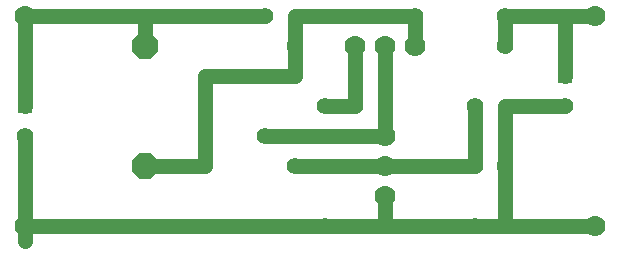
<source format=gbl>
G75*
%MOIN*%
%OFA0B0*%
%FSLAX25Y25*%
%IPPOS*%
%LPD*%
%AMOC8*
5,1,8,0,0,1.08239X$1,22.5*
%
%ADD10C,0.07000*%
%ADD11C,0.05543*%
%ADD12R,0.04756X0.04756*%
%ADD13OC8,0.08600*%
%ADD14C,0.05000*%
D10*
X0011387Y0011000D03*
X0131387Y0021000D03*
X0131387Y0031000D03*
X0131387Y0041000D03*
X0131387Y0071000D03*
X0141387Y0071000D03*
X0121387Y0071000D03*
X0201387Y0081000D03*
X0201387Y0011000D03*
X0011387Y0081000D03*
D11*
X0091387Y0081000D03*
X0101387Y0071000D03*
X0141387Y0081000D03*
X0171387Y0081000D03*
X0171387Y0071000D03*
X0161387Y0051000D03*
X0191387Y0051000D03*
X0171387Y0031000D03*
X0161387Y0031000D03*
X0161387Y0011000D03*
X0111387Y0011000D03*
X0101387Y0031000D03*
X0091387Y0041000D03*
X0111387Y0051000D03*
X0121387Y0051000D03*
X0011387Y0041000D03*
D12*
X0011387Y0051000D03*
X0191387Y0061000D03*
D13*
X0051387Y0071000D03*
X0051387Y0031000D03*
D14*
X0011387Y0011000D02*
X0011387Y0006000D01*
X0011387Y0011000D02*
X0111387Y0011000D01*
X0131387Y0011000D01*
X0131387Y0021000D01*
X0131387Y0011000D02*
X0161387Y0011000D01*
X0171387Y0011000D01*
X0171387Y0031000D01*
X0171387Y0051000D01*
X0191387Y0051000D01*
X0191387Y0061000D02*
X0191387Y0081000D01*
X0171387Y0081000D01*
X0171387Y0071000D01*
X0191387Y0081000D02*
X0201387Y0081000D01*
X0141387Y0081000D02*
X0141387Y0071000D01*
X0131387Y0071000D02*
X0131387Y0041000D01*
X0091387Y0041000D01*
X0101387Y0031000D02*
X0131387Y0031000D01*
X0161387Y0031000D01*
X0161387Y0051000D01*
X0121387Y0051000D02*
X0121387Y0071000D01*
X0101387Y0071000D02*
X0101387Y0081000D01*
X0141387Y0081000D01*
X0101387Y0071000D02*
X0101387Y0061000D01*
X0071387Y0061000D01*
X0071387Y0031000D01*
X0051387Y0031000D01*
X0011387Y0041000D02*
X0011387Y0011000D01*
X0011387Y0051000D02*
X0011387Y0081000D01*
X0051387Y0081000D01*
X0091387Y0081000D01*
X0051387Y0081000D02*
X0051387Y0071000D01*
X0111387Y0051000D02*
X0121387Y0051000D01*
X0171387Y0011000D02*
X0201387Y0011000D01*
M02*

</source>
